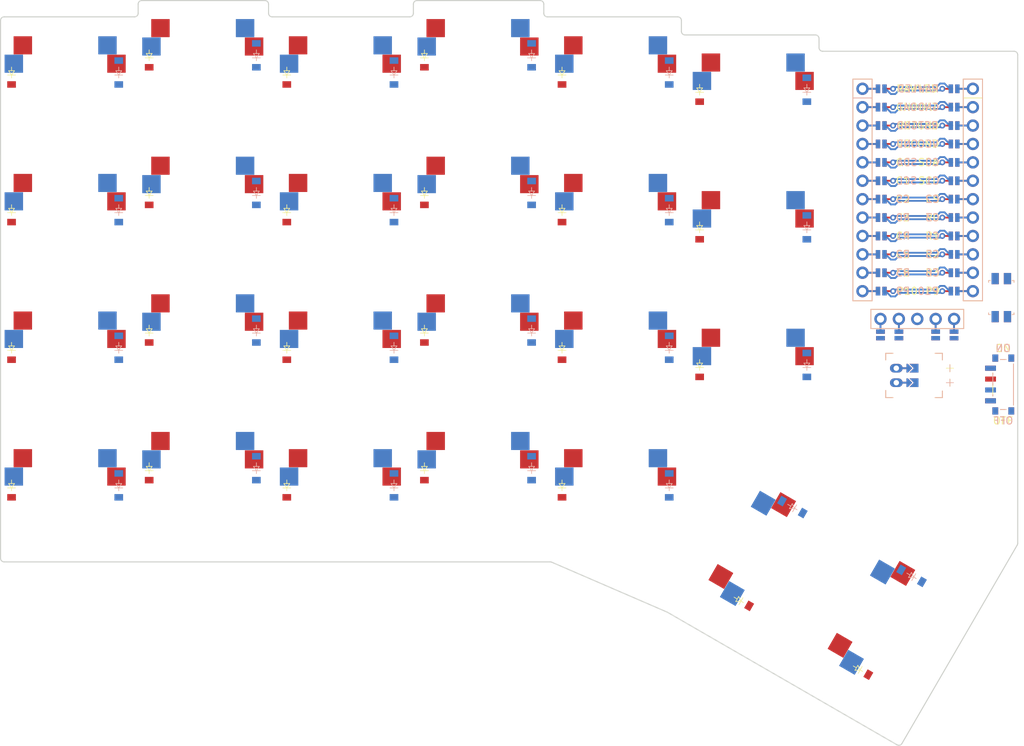
<source format=kicad_pcb>
(kicad_pcb (version 20240108) (generator "pcbnew") (generator_version "8.0")
  (title_block (title "eggada50_wireless") (date "2025-06-17") (rev "0.2") (company "ceoloide"))
  (layers (0 "F.Cu" signal) (31 "B.Cu" signal) (34 "B.Paste" user) (35 "F.Paste" user) (36 "B.SilkS" user "B.Silkscreen") (37 "F.SilkS" user "F.Silkscreen") (38 "B.Mask" user) (39 "F.Mask" user) (44 "Edge.Cuts" user))
  (net 0 "")
  (net 1 "C0")
  (net 2 "outer_mod_B")
  (net 3 "GND")
  (net 4 "outer_bottom_B")
  (net 5 "outer_home_B")
  (net 6 "outer_top_B")
  (net 7 "C1")
  (net 8 "pinky_mod_B")
  (net 9 "pinky_bottom_B")
  (net 10 "pinky_home_B")
  (net 11 "pinky_top_B")
  (net 12 "C2")
  (net 13 "ring_mod_B")
  (net 14 "ring_bottom_B")
  (net 15 "ring_home_B")
  (net 16 "ring_top_B")
  (net 17 "C3")
  (net 18 "middle_mod_B")
  (net 19 "middle_bottom_B")
  (net 20 "middle_home_B")
  (net 21 "middle_top_B")
  (net 22 "C4")
  (net 23 "index_mod_B")
  (net 24 "index_bottom_B")
  (net 25 "index_home_B")
  (net 26 "index_top_B")
  (net 27 "C5")
  (net 28 "inner_bottom_B")
  (net 29 "inner_home_B")
  (net 30 "inner_top_B")
  (net 31 "tucky_default_B")
  (net 32 "C6")
  (net 33 "reachy_default_B")
  (net 34 "R0")
  (net 35 "R1")
  (net 36 "R2")
  (net 37 "R3")
  (net 38 "outer_mod_F")
  (net 39 "outer_bottom_F")
  (net 40 "outer_home_F")
  (net 41 "outer_top_F")
  (net 42 "pinky_mod_F")
  (net 43 "pinky_bottom_F")
  (net 44 "pinky_home_F")
  (net 45 "pinky_top_F")
  (net 46 "ring_mod_F")
  (net 47 "ring_bottom_F")
  (net 48 "ring_home_F")
  (net 49 "ring_top_F")
  (net 50 "middle_mod_F")
  (net 51 "middle_bottom_F")
  (net 52 "middle_home_F")
  (net 53 "middle_top_F")
  (net 54 "index_mod_F")
  (net 55 "index_bottom_F")
  (net 56 "index_home_F")
  (net 57 "index_top_F")
  (net 58 "inner_bottom_F")
  (net 59 "inner_home_F")
  (net 60 "inner_top_F")
  (net 61 "tucky_default_F")
  (net 62 "reachy_default_F")
  (net 63 "RAW")
  (net 64 "RST")
  (net 65 "VCC")
  (net 66 "P10")
  (net 67 "LED")
  (net 68 "DAT")
  (net 69 "SDA")
  (net 70 "SCL")
  (net 71 "CS")
  (net 72 "P9")
  (net 73 "MCU1_24")
  (net 74 "MCU1_1")
  (net 75 "MCU1_23")
  (net 76 "MCU1_2")
  (net 77 "MCU1_22")
  (net 78 "MCU1_3")
  (net 79 "MCU1_21")
  (net 80 "MCU1_4")
  (net 81 "MCU1_20")
  (net 82 "MCU1_5")
  (net 83 "MCU1_19")
  (net 84 "MCU1_6")
  (net 85 "MCU1_18")
  (net 86 "MCU1_7")
  (net 87 "MCU1_17")
  (net 88 "MCU1_8")
  (net 89 "MCU1_16")
  (net 90 "MCU1_9")
  (net 91 "MCU1_15")
  (net 92 "MCU1_10")
  (net 93 "MCU1_14")
  (net 94 "MCU1_11")
  (net 95 "MCU1_13")
  (net 96 "MCU1_12")
  (net 97 "DISP1_1")
  (net 98 "DISP1_2")
  (net 99 "DISP1_4")
  (net 100 "DISP1_5")
  (net 101 "BAT_P")
  (net 102 "JST1_1")
  (net 103 "JST1_2")
  (footprint "ceoloide:switch_mx" (layer "F.Cu") (at 119 78.625)
    (property "Reference" "S31" (hide yes))
    (property "Value" "")
  )
  (footprint "ceoloide:diode_tht_sod123" (layer "F.Cu") (at 92.6 41.675 90)
    (property "Reference" "D29" (hide yes))
    (property "Value" "")
  )
  (footprint "ceoloide:switch_mx" (layer "F.Cu") (at 214.304483 118.24 60)
    (property "Reference" "S50" (hide yes))
    (property "Value" "")
  )
  (footprint "ceoloide:display_nice_view" (layer "F.Cu") (at 217.647 59)
    (property "Reference" "DISP1" (hide yes))
    (property "Value" "")
  )
  (footprint "ceoloide:mounting_hole_npth" (layer "F.Cu") (at 166.468 89.261)
    (property "Reference" "MH7" (hide yes))
    (property "Value" "")
  )
  (footprint "ceoloide:power_switch_smd_side" (layer "F.Cu") (at 229.5 84.75)
    (property "Reference" "PWR1" (hide yes))
    (property "Value" "")
  )
  (footprint "ceoloide:switch_mx" (layer "F.Cu") (at 119 40.625)
    (property "Reference" "S33" (hide yes))
    (property "Value" "")
  )
  (footprint "ceoloide:switch_mx" (layer "F.Cu") (at 100 100)
    (property "Reference" "S26" (hide yes))
    (property "Value" "")
  )
  (footprint "ceoloide:diode_tht_sod123" (layer "F.Cu") (at 149.6 96.3 90)
    (property "Reference" "D38" (hide yes))
    (property "Value" "")
  )
  (footprint "ceoloide:switch_mx" (layer "F.Cu") (at 176 81)
    (property "Reference" "S43" (hide yes))
    (property "Value" "")
  )
  (footprint "ceoloide:diode_tht_sod123" (layer "F.Cu") (at 168.6 79.675 90)
    (property "Reference" "D43" (hide yes))
    (property "Value" "")
  )
  (footprint "ceoloide:diode_tht_sod123" (layer "F.Cu") (at 130.6 79.675 90)
    (property "Reference" "D35" (hide yes))
    (property "Value" "")
  )
  (footprint "ceoloide:mcu_nice_nano" (layer "F.Cu") (at 217.704 56.62)
    (property "Reference" "MCU1" (hide yes))
    (property "Value" "")
  )
  (footprint "ceoloide:switch_mx" (layer "F.Cu") (at 157 97.625)
    (property "Reference" "S38" (hide yes))
    (property "Value" "")
  )
  (footprint "ceoloide:switch_mx" (layer "F.Cu") (at 100 43)
    (property "Reference" "S29" (hide yes))
    (property "Value" "")
  )
  (footprint "ceoloide:switch_mx" (layer "F.Cu") (at 195 83.375)
    (property "Reference" "S46" (hide yes))
    (property "Value" "")
  )
  (footprint "ceoloide:switch_mx" (layer "F.Cu") (at 138 100)
    (property "Reference" "S34" (hide yes))
    (property "Value" "")
  )
  (footprint "ceoloide:diode_tht_sod123" (layer "F.Cu") (at 187.6 63.05 90)
    (property "Reference" "D47" (hide yes))
    (property "Value" "")
  )
  (footprint "ceoloide:battery_connector_jst_ph_2" (layer "F.Cu") (at 214.75 83.5 90)
    (property "Reference" "JST1" (hide yes))
    (property "Value" "")
  )
  (footprint "ceoloide:diode_tht_sod123" (layer "F.Cu") (at 111.6 58.3 90)
    (property "Reference" "D32" (hide yes))
    (property "Value" "")
  )
  (footprint "ceoloide:switch_mx" (layer "F.Cu") (at 157 59.625)
    (property "Reference" "S40" (hide yes))
    (property "Value" "")
  )
  (footprint "ceoloide:diode_tht_sod123" (layer "F.Cu") (at 209.456999 123.986088 150)
    (property "Reference" "D50" (hide yes))
    (property "Value" "")
  )
  (footprint "ceoloide:switch_mx" (layer "F.Cu") (at 195 45.375)
    (property "Reference" "S48" (hide yes))
    (property "Value" "")
  )
  (footprint "ceoloide:diode_tht_sod123" (layer "F.Cu") (at 168.6 41.675 90)
    (property "Reference" "D45" (hide yes))
    (property "Value" "")
  )
  (footprint "ceoloide:switch_mx" (layer "F.Cu") (at 157 78.625)
    (property "Reference" "S39" (hide yes))
    (property "Value" "")
  )
  (footprint "ceoloide:mounting_hole_npth" (layer "F.Cu") (at 207.762 89.226)
    (property "Reference" "MH1" (hide yes))
    (property "Value" "")
  )
  (footprint "ceoloide:diode_tht_sod123" (layer "F.Cu") (at 92.6 98.675 90)
    (property "Reference" "D26" (hide yes))
    (property "Value" "")
  )
  (footprint "ceoloide:switch_mx" (layer "F.Cu") (at 176 62)
    (property "Reference" "S44" (hide yes))
    (property "Value" "")
  )
  (footprint "ceoloide:mounting_hole_npth" (layer "F.Cu") (at 228.694 101.245)
    (property "Reference" "MH2" (hide yes))
    (property "Value" "")
  )
  (footprint "ceoloide:switch_mx" (layer "F.Cu") (at 195 64.375)
    (property "Reference" "S47" (hide yes))
    (property "Value" "")
  )
  (footprint "ceoloide:diode_tht_sod123" (layer "F.Cu") (at 149.6 39.3 90)
    (property "Reference" "D41" (hide yes))
    (property "Value" "")
  )
  (footprint "ceoloide:switch_mx" (layer "F.Cu") (at 138 81)
    (property "Reference" "S35" (hide yes))
    (property "Value" "")
  )
  (footprint "ceoloide:mounting_hole_npth" (layer "F.Cu") (at 109.5 50.125)
    (property "Reference" "MH3" (hide yes))
    (property "Value" "")
  )
  (footprint "ceoloide:diode_tht_sod123" (layer "F.Cu") (at 187.6 82.05 90)
    (property "Reference" "D46" (hide yes))
    (property "Value" "")
  )
  (footprint "ceoloide:switch_mx" (layer "F.Cu") (at 119 59.625)
    (property "Reference" "S32" (hide yes))
    (property "Value" "")
  )
  (footprint "ceoloide:switch_mx" (layer "F.Cu") (at 138 62)
    (property "Reference" "S36" (hide yes))
    (property "Value" "")
  )
  (footprint "ceoloide:diode_tht_sod123" (layer "F.Cu") (at 149.6 58.3 90)
    (property "Reference" "D40" (hide yes))
    (property "Value" "")
  )
  (footprint "ceoloide:switch_mx" (layer "F.Cu") (at 197.85 108.74 60)
    (property "Reference" "S49" (hide yes))
    (property "Value" "")
  )
  (footprint "ceoloide:switch_mx" (layer "F.Cu") (at 100 62)
    (property "Reference" "S28" (hide yes))
    (property "Value" "")
  )
  (footprint "ceoloide:mounting_hole_npth" (layer "F.Cu") (at 185.468 53.736)
    (property "Reference" "MH5" (hide yes))
    (property "Value" "")
  )
  (footprint "ceoloide:mounting_hole_npth" (layer "F.Cu") (at 210.827241 105.262759 60)
    (property "Reference" "MH8" (hide yes))
    (property "Value" "")
  )
  (footprint "ceoloide:mounting_hole_npth" (layer "F.Cu") (at 201.327241 121.717241 60)
    (property "Reference" "MH9" (hide yes))
    (property "Value" "")
  )
  (footprint "ceoloide:reset_switch_smd_side" (layer "F.Cu") (at 229.25 72.75 -90)
    (property "Reference" "RST1" (hide yes))
    (property "Value" "")
  )
  (footprint "ceoloide:diode_tht_sod123" (layer "F.Cu") (at 168.6 60.675 90)
    (property "Reference" "D44" (hide yes))
    (property "Value" "")
  )
  (footprint "ceoloide:switch_mx" (layer "F.Cu") (at 138 43)
    (property "Reference" "S37" (hide yes))
    (property "Value" "")
  )
  (footprint "ceoloide:diode_tht_sod123" (layer "F.Cu") (at 111.6 77.3 90)
    (property "Reference" "D31" (hide yes))
    (property "Value" "")
  )
  (footprint "ceoloide:diode_tht_sod123" (layer "F.Cu") (at 168.6 98.675 90)
    (property "Reference" "D42" (hide yes))
    (property "Value" "")
  )
  (footprint "ceoloide:diode_tht_sod123" (layer "F.Cu") (at 130.6 98.675 90)
    (property "Reference" "D34" (hide yes))
    (property "Value" "")
  )
  (footprint "ceoloide:mounting_hole_npth" (layer "F.Cu") (at 147.5 69.125)
    (property "Reference" "MH6" (hide yes))
    (property "Value" "")
  )
  (footprint "ceoloide:switch_mx" (layer "F.Cu") (at 119 97.625)
    (property "Reference" "S30" (hide yes))
    (property "Value" "")
  )
  (footprint "ceoloide:switch_mx" (layer "F.Cu") (at 176 100)
    (property "Reference" "S42" (hide yes))
    (property "Value" "")
  )
  (footprint "ceoloide:diode_tht_sod123" (layer "F.Cu") (at 149.6 77.3 90)
    (property "Reference" "D39" (hide yes))
    (property "Value" "")
  )
  (footprint "ceoloide:diode_tht_sod123" (layer "F.Cu") (at 92.6 60.675 90)
    (property "Reference" "D28" (hide yes))
    (property "Value" "")
  )
  (footprint "ceoloide:switch_mx" (layer "F.Cu") (at 100 81)
    (property "Reference" "S27" (hide yes))
    (property "Value" "")
  )
  (footprint "ceoloide:diode_tht_sod123" (layer "F.Cu") (at 187.6 44.05 90)
    (property "Reference" "D48" (hide yes))
    (property "Value" "")
  )
  (footprint "ceoloide:switch_mx" (layer "F.Cu") (at 176 43)
    (property "Reference" "S45" (hide yes))
    (property "Value" "")
  )
  (footprint "ceoloide:diode_tht_sod123" (layer "F.Cu") (at 130.6 60.675 90)
    (property "Reference" "D36" (hide yes))
    (property "Value" "")
  )
  (footprint "ceoloide:diode_tht_sod123" (layer "F.Cu") (at 92.6 79.675 90)
    (property "Reference" "D27" (hide yes))
    (property "Value" "")
  )
  (footprint "ceoloide:diode_tht_sod123" (layer "F.Cu") (at 111.6 39.3 90)
    (property "Reference" "D33" (hide yes))
    (property "Value" "")
  )
  (footprint "ceoloide:mounting_hole_npth" (layer "F.Cu") (at 109.5 88.125)
    (property "Reference" "MH4" (hide yes))
    (property "Value" "")
  )
  (footprint "ceoloide:diode_tht_sod123" (layer "F.Cu") (at 130.6 41.675 90)
    (property "Reference" "D37" (hide yes))
    (property "Value" "")
  )
  (footprint "ceoloide:diode_tht_sod123" (layer "F.Cu") (at 193.002516 114.486088 150)
    (property "Reference" "D49" (hide yes))
    (property "Value" "")
  )
  (footprint "ceoloide:diode_tht_sod123" (layer "F.Cu") (at 111.6 96.3 90)
    (property "Reference" "D30" (hide yes))
    (property "Value" "")
  )
  (footprint "ceoloide:switch_mx" (layer "F.Cu") (at 157 40.625)
    (property "Reference" "S41" (hide yes))
    (property "Value" "")
  )
  (footprint "ceoloide:diode_tht_sod123" (layer "B.Cu") (at 145.4 41.675 90)
    (property "Reference" "D12" (hide yes))
    (property "Value" "")
  )
  (footprint "ceoloide:switch_mx" (layer "B.Cu") (at 195 45.375)
    (property "Reference" "S23" (hide yes))
    (property "Value" "")
  )
  (footprint "ceoloide:diode_tht_sod123" (layer "B.Cu") (at 202.4 82.05 90)
    (property "Reference" "D21" (hide yes))
    (property "Value" "")
  )
  (footprint "ceoloide:switch_mx" (layer "B.Cu") (at 195 64.375)
    (property "Reference" "S22" (hide yes))
    (property "Value" "")
  )
  (footprint "ceoloide:diode_tht_sod123" (layer "B.Cu") (at 200.402516 101.668912 150)
    (property "Reference" "D24" (hide yes))
    (property "Value" "")
  )
  (footprint "ceoloide:diode_tht_sod123" (layer "B.Cu") (at 145.4 98.675 90)
    (property "Reference" "D9" (hide yes))
    (property "Value" "")
  )
  (footprint "ceoloide:diode_tht_sod123" (layer "B.Cu") (at 107.4 60.675 90)
    (property "Reference" "D3" (hide yes))
    (property "Value" "")
  )
  (footprint "ceoloide:switch_mx" (layer "B.Cu") (at 138 100)
    (property "Reference" "S9" (hide yes))
    (property "Value" "")
  )
  (footprint "ceoloide:switch_mx" (layer "B.Cu") (at 176 100)
    (property "Reference" "S17" (hide yes))
    (property "Value" "")
  )
  (footprint "ceoloide:switch_mx" (layer "B.Cu") (at 119 59.625)
    (property "Reference" "S7" (hide yes))
    (property "Value" "")
  )
  (footprint "ceoloide:diode_tht_sod123" (layer "B.Cu") (at 183.4 41.675 90)
    (property "Reference" "D20" (hide yes))
    (property "Value" "")
  )
  (footprint "ceoloide:switch_mx" (layer "B.Cu") (at 138 81)
    (property "Reference" "S10" (hide yes))
    (property "Value" "")
  )
  (footprint "ceoloide:switch_mx" (layer "B.Cu") (at 119 97.625)
    (property "Reference" "S5" (hide yes))
    (property "Value" "")
  )
  (footprint "ceoloide:switch_mx" (layer "B.Cu") (at 100 43)
    (property "Reference" "S4" (hide yes))
    (property "Value" "")
  )
  (footprint "ceoloide:switch_mx" (layer "B.Cu") (at 100 100)
    (property "Reference" "S1" (hide yes))
    (property "Value" "")
  )
  (footprint "ceoloide:diode_tht_sod123" (layer "B.Cu") (at 183.4 98.675 90)
    (property "Reference" "D17" (hide yes))
    (property "Value" "")
  )
  (footprint "ceoloide:switch_mx" (layer "B.Cu") (at 157 78.625)
    (property "Reference" "S14" (hide yes))
    (property "Value" "")
  )
  (footprint "ceoloide:switch_mx" (layer "B.Cu") (at 157 97.625)
    (property "Reference" "S13" (hide yes))
    (property "Value" "")
  )
  (footprint "ceoloide:diode_tht_sod123" (layer "B.Cu") (at 126.4 77.3 90)
    (property "Reference" "D6" (hide yes))
    (property "Value" "")
  )
  (footprint "ceoloide:switch_mx" (layer "B.Cu") (at 100 62)
    (property "Reference" "S3" (hide yes))
    (property "Value" "")
  )
  (footprint "ceoloide:diode_tht_sod123" (layer "B.Cu") (at 145.4 79.675 90)
    (property "Reference" "D10" (hide yes))
    (property "Value" "")
  )
  (footprint "ceoloide:switch_mx" (layer "B.Cu") (at 157 59.625)
    (property "Reference" "S15" (hide yes))
    (property "Value" "")
  )
  (footprint "ceoloide:diode_tht_sod123" (layer "B.Cu") (at 164.4 58.3 90)
    (property "Reference" "D15" (hide yes))
    (property "Value" "")
  )
  (footprint "ceoloide:diode_tht_sod123" (layer "B.Cu") (at 126.4 96.3 90)
    (property "Reference" "D5" (hide yes))
    (property "Value" "")
  )
  (footprint "ceoloide:diode_tht_sod123" (layer "B.Cu") (at 202.4 63.05 90)
    (property "Reference" "D22" (hide yes))
    (property "Value" "")
  )
  (footprint "ceoloide:switch_mx" (layer "B.Cu") (at 214.304483 118.24 60)
    (property "Reference" "S25" (hide yes))
    (property "Value" "")
  )
  (footprint "ceoloide:switch_mx" (layer "B.Cu") (at 138 43)
    (property "Reference" "S12" (hide yes))
    (property "Value" "")
  )
  (footprint "ceoloide:switch_mx" (layer "B.Cu") (at 195 83.375)
    (property "Reference" "S21" (hide yes))
    (property "Value" "")
  )
  (footprint "ceoloide:diode_tht_sod123" (layer "B.Cu") (at 126.4 58.3 90)
    (property "Reference" "D7" (hide yes))
    (property "Value" "")
  )
  (footprint "ceoloide:switch_mx" (layer "B.Cu") (at 157 40.625)
    (property "Reference" "S16" (hide yes))
    (property "Value" "")
  )
  (footprint "ceoloide:switch_mx" (layer "B.Cu") (at 176 43)
    (property "Reference" "S20" (hide yes))
    (property "Value" "")
  )
  (footprint "ceoloide:switch_mx" (layer "B.Cu") (at 197.85 108.74 60)
    (property "Reference" "S24" (hide yes))
    (property "Value" "")
  )
  (footprint "ceoloide:diode_tht_sod123" (layer "B.Cu") (at 164.4 39.3 90)
    (property "Reference" "D16" (hide yes))
    (property "Value" "")
  )
  (footprint "ceoloide:switch_mx" (layer "B.Cu") (at 119 40.625)
    (property "Reference" "S8" (hide yes))
    (property "Value" "")
  )
  (footprint "ceoloide:diode_tht_sod123" (layer "B.Cu") (at 183.4 79.675 90)
    (property "Reference" "D18" (hide yes))
    (property "Value" "")
  )
  (footprint "ceoloide:diode_tht_sod123" (layer "B.Cu") (at 202.4 44.05 90)
    (property "Reference" "D23" (hide yes))
    (property "Value" "")
  )
  (footprint "ceoloide:switch_mx" (layer "B.Cu") (at 100 81)
    (property "Reference" "S2" (hide yes))
    (property "Value" "")
  )
  (footprint "ceoloide:diode_tht_sod123" (layer "B.Cu") (at 145.4 60.675 90)
    (property "Reference" "D11" (hide yes))
    (property "Value" "")
  )
  (footprint "ceoloide:switch_mx" (layer "B.Cu") (at 176 62)
    (property "Reference" "S19" (hide yes))
    (property "Value" "")
  )
  (footprint "ceoloide:diode_tht_sod123" (layer "B.Cu") (at 126.4 39.3 90)
    (property "Reference" "D8" (hide yes))
    (property "Value" "")
  )
  (footprint "ceoloide:switch_mx" (layer "B.Cu") (at 176 81)
    (property "Reference" "S18" (hide yes))
    (property "Value" "")
  )
  (footprint "ceoloide:diode_tht_sod123" (layer "B.Cu") (at 107.4 41.675 90)
    (property "Reference" "D4" (hide yes))
    (property "Value" "")
  )
  (footprint "ceoloide:switch_mx" (layer "B.Cu") (at 119 78.625)
    (property "Reference" "S6" (hide yes))
    (property "Value" "")
  )
  (footprint "ceoloide:switch_mx" (layer "B.Cu") (at 138 62)
    (property "Reference" "S11" (hide yes))
    (property "Value" "")
  )
  (footprint "ceoloide:diode_tht_sod123" (layer "B.Cu") (at 107.4 98.675 90)
    (property "Reference" "D1" (hide yes))
    (property "Value" "")
  )
  (footprint "ceoloide:diode_tht_sod123" (layer "B.Cu") (at 183.4 60.675 90)
    (property "Reference" "D19" (hide yes))
    (property "Value" "")
  )
  (footprint "ceoloide:diode_tht_sod123" (layer "B.Cu") (at 107.4 79.675 90)
    (property "Reference" "D2" (hide yes))
    (property "Value" "")
  )
  (footprint "ceoloide:diode_tht_sod123" (layer "B.Cu") (at 164.4 96.3 90)
    (property "Reference" "D13" (hide yes))
    (property "Value" "")
  )
  (footprint "ceoloide:diode_tht_sod123" (layer "B.Cu") (at 164.4 77.3 90)
    (property "Reference" "D14" (hide yes))
    (property "Value" "")
  )
  (footprint "ceoloide:diode_tht_sod123" (layer "B.Cu") (at 216.856999 111.168912 150)
    (property "Reference" "D25" (hide yes))
    (property "Value" "")
  )
  (gr_line (start 185.082 34.49) (end 185.082 35.988) (stroke (width 0.15)) (layer "Edge.Cuts"))
  (gr_line (start 166.582 33.99) (end 184.582 33.99) (stroke (width 0.15)) (layer "Edge.Cuts"))
  (gr_arc (start 166.978501 109.24) (mid 167.079851 109.25038) (end 167.176994 109.281088) (stroke (width 0.15)) (layer "Edge.Cuts"))
  (gr_arc (start 110.08 32.238) (mid 110.226447 31.884447) (end 110.58 31.738) (stroke (width 0.15)) (layer "Edge.Cuts"))
  (gr_line (start 166.082 32.238) (end 166.082 33.49) (stroke (width 0.15)) (layer "Edge.Cuts"))
  (gr_arc (start 91.581987 109.24) (mid 91.228447 109.093553) (end 91.081987 108.740013) (stroke (width 0.15)) (layer "Edge.Cuts"))
  (gr_arc (start 148.08 33.49) (mid 147.933553 33.843553) (end 147.58 33.99) (stroke (width 0.15)) (layer "Edge.Cuts"))
  (gr_arc (start 183.113914 116.174286) (mid 183.140041 116.186494) (end 183.165421 116.200186) (stroke (width 0.15)) (layer "Edge.Cuts"))
  (gr_line (start 185.582 36.488) (end 203.582222 36.488) (stroke (width 0.15)) (layer "Edge.Cuts"))
  (gr_arc (start 91.080013 34.490013) (mid 91.226456 34.136456) (end 91.580013 33.99) (stroke (width 0.15)) (layer "Edge.Cuts"))
  (gr_line (start 148.08 33.49) (end 148.08 32.238) (stroke (width 0.15)) (layer "Edge.Cuts"))
  (gr_arc (start 110.08 33.49) (mid 109.933553 33.843553) (end 109.58 33.99) (stroke (width 0.15)) (layer "Edge.Cuts"))
  (gr_line (start 183.165421 116.200186) (end 214.849384 134.49293) (stroke (width 0.15)) (layer "Edge.Cuts"))
  (gr_arc (start 231.013 38.74) (mid 231.366553 38.886447) (end 231.513 39.24) (stroke (width 0.15)) (layer "Edge.Cuts"))
  (gr_line (start 183.113914 116.174286) (end 167.176994 109.281088) (stroke (width 0.15)) (layer "Edge.Cuts"))
  (gr_line (start 148.58 31.738) (end 165.582 31.738) (stroke (width 0.15)) (layer "Edge.Cuts"))
  (gr_arc (start 185.582 36.488) (mid 185.228447 36.341553) (end 185.082 35.988) (stroke (width 0.15)) (layer "Edge.Cuts"))
  (gr_line (start 110.58 31.738) (end 127.582 31.738) (stroke (width 0.15)) (layer "Edge.Cuts"))
  (gr_line (start 231.513 39.24) (end 231.513 106.667025) (stroke (width 0.15)) (layer "Edge.Cuts"))
  (gr_arc (start 203.582222 36.488) (mid 203.935683 36.634376) (end 204.082222 36.987778) (stroke (width 0.15)) (layer "Edge.Cuts"))
  (gr_line (start 91.580013 33.99) (end 109.58 33.99) (stroke (width 0.15)) (layer "Edge.Cuts"))
  (gr_arc (start 165.582 31.738) (mid 165.935553 31.884447) (end 166.082 32.238) (stroke (width 0.15)) (layer "Edge.Cuts"))
  (gr_line (start 128.582 33.99) (end 147.58 33.99) (stroke (width 0.15)) (layer "Edge.Cuts"))
  (gr_line (start 91.081987 108.740013) (end 91.080013 34.490013) (stroke (width 0.15)) (layer "Edge.Cuts"))
  (gr_line (start 204.082222 36.987778) (end 204.082778 38.240222) (stroke (width 0.15)) (layer "Edge.Cuts"))
  (gr_line (start 231.446013 106.917025) (end 231.198 107.346596) (stroke (width 0.15)) (layer "Edge.Cuts"))
  (gr_line (start 128.082 32.238) (end 128.082 33.49) (stroke (width 0.15)) (layer "Edge.Cuts"))
  (gr_arc (start 148.08 32.238) (mid 148.226447 31.884447) (end 148.58 31.738) (stroke (width 0.15)) (layer "Edge.Cuts"))
  (gr_line (start 91.581987 109.24) (end 166.978501 109.24) (stroke (width 0.15)) (layer "Edge.Cuts"))
  (gr_arc (start 166.582 33.99) (mid 166.228447 33.843553) (end 166.082 33.49) (stroke (width 0.15)) (layer "Edge.Cuts"))
  (gr_line (start 204.582778 38.74) (end 231.013 38.74) (stroke (width 0.15)) (layer "Edge.Cuts"))
  (gr_arc (start 128.582 33.99) (mid 128.228447 33.843553) (end 128.082 33.49) (stroke (width 0.15)) (layer "Edge.Cuts"))
  (gr_arc (start 184.582 33.99) (mid 184.935553 34.136447) (end 185.082 34.49) (stroke (width 0.15)) (layer "Edge.Cuts"))
  (gr_arc (start 231.513 106.667025) (mid 231.495957 106.796432) (end 231.446013 106.917025) (stroke (width 0.15)) (layer "Edge.Cuts"))
  (gr_line (start 231.198 107.346596) (end 215.531712 134.311099) (stroke (width 0.15)) (layer "Edge.Cuts"))
  (gr_line (start 110.08 33.49) (end 110.08 32.238) (stroke (width 0.15)) (layer "Edge.Cuts"))
  (gr_arc (start 127.582 31.738) (mid 127.935553 31.884447) (end 128.082 32.238) (stroke (width 0.15)) (layer "Edge.Cuts"))
  (gr_arc (start 215.531712 134.311099) (mid 215.228135 134.543038) (end 214.849384 134.49293) (stroke (width 0.15)) (layer "Edge.Cuts"))
  (gr_arc (start 204.582778 38.74) (mid 204.229317 38.593624) (end 204.082778 38.240222) (stroke (width 0.15)) (layer "Edge.Cuts"))
  (segment (start 213.124 54.08) (end 214.304 54.08) (width 0.25) (layer "F.Cu") (net 1))
  (segment (start 220.298695 53.86) (end 214.524 53.86) (width 0.25) (layer "B.Cu") (net 1))
  (segment (start 222.479 54.08) (end 222.129305 54.08) (width 0.25) (layer "B.Cu") (net 1))
  (segment (start 221.404305 53.355) (end 220.803695 53.355) (width 0.25) (layer "B.Cu") (net 1))
  (segment (start 222.129305 54.08) (end 221.404305 53.355) (width 0.25) (layer "B.Cu") (net 1))
  (segment (start 220.803695 53.355) (end 220.298695 53.86) (width 0.25) (layer "B.Cu") (net 1))
  (segment (start 222.284 49) (end 221.104 49) (width 0.25) (layer "F.Cu") (net 3))
  (segment (start 222.284 51.54) (end 221.104 51.54) (width 0.25) (layer "F.Cu") (net 3))
  (segment (start 213.124 46.46) (end 214.304 46.46) (width 0.25) (layer "F.Cu") (net 3))
  (segment (start 214.003695 49.725) (end 214.604305 49.725) (width 0.25) (layer "B.Cu") (net 3))
  (segment (start 214.604305 52.265) (end 215.099305 51.77) (width 0.25) (layer "B.Cu") (net 3))
  (segment (start 214.003695 52.265) (end 214.604305 52.265) (width 0.25) (layer "B.Cu") (net 3))
  (segment (start 212.929 49) (end 213.278695 49) (width 0.25) (layer "B.Cu") (net 3))
  (segment (start 215.099305 51.77) (end 220.874 51.77) (width 0.25) (layer "B.Cu") (net 3))
  (segment (start 214.604305 49.725) (end 215.099305 49.23) (width 0.25) (layer "B.Cu") (net 3))
  (segment (start 220.803695 45.735) (end 220.298695 46.24) (width 0.25) (layer "B.Cu") (net 3))
  (segment (start 212.929 51.54) (end 213.278695 51.54) (width 0.25) (layer "B.Cu") (net 3))
  (segment (start 213.278695 51.54) (end 214.003695 52.265) (width 0.25) (layer "B.Cu") (net 3))
  (segment (start 221.404305 45.735) (end 220.803695 45.735) (width 0.25) (layer "B.Cu") (net 3))
  (segment (start 222.479 46.46) (end 222.129305 46.46) (width 0.25) (layer "B.Cu") (net 3))
  (segment (start 213.278695 49) (end 214.003695 49.725) (width 0.25) (layer "B.Cu") (net 3))
  (segment (start 222.129305 46.46) (end 221.404305 45.735) (width 0.25) (layer "B.Cu") (net 3))
  (segment (start 220.298695 46.24) (end 214.524 46.24) (width 0.25) (layer "B.Cu") (net 3))
  (segment (start 215.099305 49.23) (end 220.874 49.23) (width 0.25) (layer "B.Cu") (net 3))
  (segment (start 213.124 56.62) (end 214.304 56.62) (width 0.25) (layer "F.Cu") (net 7))
  (segment (start 220.803695 55.895) (end 220.298695 56.4) (width 0.25) (layer "B.Cu") (net 7))
  (segment (start 222.479 56.62) (end 222.129305 56.62) (width 0.25) (layer "B.Cu") (net 7))
  (segment (start 220.298695 56.4) (end 214.524 56.4) (width 0.25) (layer "B.Cu") (net 7))
  (segment (start 222.129305 56.62) (end 221.404305 55.895) (width 0.25) (layer "B.Cu") (net 7))
  (segment (start 221.404305 55.895) (end 220.803695 55.895) (width 0.25) (layer "B.Cu") (net 7))
  (segment (start 213.124 59.16) (end 214.304 59.16) (width 0.25) (layer "F.Cu") (net 12))
  (segment (start 220.803695 58.435) (end 220.298695 58.94) (width 0.25) (layer "B.Cu") (net 12))
  (segment (start 222.129305 59.16) (end 221.404305 58.435) (width 0.25) (layer "B.Cu") (net 12))
  (segment (start 221.404305 58.435) (end 220.803695 58.435) (width 0.25) (layer "B.Cu") (net 12))
  (segment (start 220.298695 58.94) (end 214.524 58.94) (width 0.25) (layer "B.Cu") (net 12))
  (segment (start 222.479 59.16) (end 222.129305 59.16) (width 0.25) (layer "B.Cu") (net 12))
  (segment (start 213.124 61.7) (end 214.304 61.7) (width 0.25) (layer "F.Cu") (net 17))
  (segment (start 222.479 61.7) (end 222.129305 61.7) (width 0.25) (layer "B.Cu") (net 17))
  (segment (start 220.298695 61.48) (end 214.524 61.48) (width 0.25) (layer "B.Cu") (net 17))
  (segment (start 221.404305 60.975) (end 220.803695 60.975) (width 0.25) (layer "B.Cu") (net 17))
  (segment (start 220.803695 60.975) (end 220.298695 61.48) (width 0.25) (layer "B.Cu") (net 17))
  (segment (start 222.129305 61.7) (end 221.404305 60.975) (width 0.25) (layer "B.Cu") (net 17))
  (segment (start 213.124 64.24) (end 214.304 64.24) (width 0.25) (layer "F.Cu") (net 22))
  (segment (start 221.404305 63.515) (end 220.803695 63.515) (width 0.25) (layer "B.Cu") (net 22))
  (segment (start 220.298695 64.02) (end 214.524 64.02) (width 0.25) (layer "B.Cu") (net 22))
  (segment (start 222.129305 64.24) (end 221.404305 63.515) (width 0.25) (layer "B.Cu") (net 22))
  (segment (start 222.479 64.24) (end 222.129305 64.24) (width 0.25) (layer "B.Cu") (net 22))
  (segment (start 220.803695 63.515) (end 220.298695 64.02) (width 0.25) (layer "B.Cu") (net 22))
  (segment (start 213.124 66.78) (end 214.304 66.78) (width 0.25) (layer "F.Cu") (net 27))
  (segment (start 220.298695 66.56) (end 214.524 66.56) (width 0.25) (layer "B.Cu") (net 27))
  (segment (start 221.404305 66.055) (end 220.803695 66.055) (width 0.25) (layer "B.Cu") (net 27))
  (segment (start 222.129305 66.78) (end 221.404305 66.055) (width 0.25) (layer "B.Cu") (net 27))
  (segment (start 222.479 66.78) (end 222.129305 66.78) (width 0.25) (layer "B.Cu") (net 27))
  (segment (start 220.803695 66.055) (end 220.298695 66.56) (width 0.25) (layer "B.Cu") (net 27))
  (segment (start 213.124 69.32) (end 214.304 69.32) (width 0.25) (layer "F.Cu") (net 32))
  (segment (start 221.404305 68.595) (end 220.803695 68.595) (width 0.25) (layer "B.Cu") (net 32))
  (segment (start 220.298695 69.1) (end 214.524 69.1) (width 0.25) (layer "B.Cu") (net 32))
  (segment (start 220.803695 68.595) (end 220.298695 69.1) (width 0.25) (layer "B.Cu") (net 32))
  (segment (start 222.479 69.32) (end 222.129305 69.32) (width 0.25) (layer "B.Cu") (net 32))
  (segment (start 222.129305 69.32) (end 221.404305 68.595) (width 0.25) (layer "B.Cu") (net 32))
  (segment (start 222.284 61.7) (end 221.104 61.7) (width 0.25) (layer "F.Cu") (net 34))
  (segment (start 214.003695 62.425) (end 214.604305 62.425) (width 0.25) (layer "B.Cu") (net 34))
  (segment (start 214.604305 62.425) (end 215.099305 61.93) (width 0.25) (layer "B.Cu") (net 34))
  (segment (start 212.929 61.7) (end 213.278695 61.7) (width 0.25) (layer "B.Cu") (net 34))
  (segment (start 215.099305 61.93) (end 220.874 61.93) (width 0.25) (layer "B.Cu") (net 34))
  (segment (start 213.278695 61.7) (end 214.003695 62.425) (width 0.25) (layer "B.Cu") (net 34))
  (segment (start 222.284 64.24) (end 221.104 64.24) (width 0.25) (layer "F.Cu") (net 35))
  (segment (start 214.003695 64.965) (end 214.604305 64.965) (width 0.25) (layer "B.Cu") (net 35))
  (segment (start 215.099305 64.47) (end 220.874 64.47) (width 0.25) (layer "B.Cu") (net 35))
  (segment (start 214.604305 64.965) (end 215.099305 64.47) (width 0.25) (layer "B.Cu") (net 35))
  (segment (start 213.278695 64.24) (end 214.003695 64.965) (width 0.25) (layer "B.Cu") (net 35))
  (segment (start 212.929 64.24) (end 213.278695 64.24) (width 0.25) (layer "B.Cu") (net 35))
  (segment (start 222.284 66.78) (end 221.104 66.78) (width 0.25) (layer "F.Cu") (net 36))
  (segment (start 215.099305 67.01) (end 220.874 67.01) (width 0.25) (layer "B.Cu") (net 36))
  (segment (start 214.604305 67.505) (end 215.099305 67.01) (width 0.25) (layer "B.Cu") (net 36))
  (segment (start 214.003695 67.505) (end 214.604305 67.505) (width 0.25) (layer "B.Cu") (net 36))
  (segment (start 213.278695 66.78) (end 214.003695 67.505) (width 0.25) (layer "B.Cu") (net 36))
  (segment (start 212.929 66.78) (end 213.278695 66.78) (width 0.25) (layer "B.Cu") (net 36))
  (segment (start 222.284 69.32) (end 221.104 69.32) (width 0.25) (layer "F.Cu") (net 37))
  (segment (start 212.929 69.32) (end 213.278695 69.32) (width 0.25) (layer "B.Cu") (net 37))
  (segment (start 215.099305 69.55) (end 220.874 69.55) (width 0.25) (layer "B.Cu") (net 37))
  (segment (start 214.604305 70.045) (end 215.099305 69.55) (width 0.25) (layer "B.Cu") (net 37))
  (segment (start 214.003695 70.045) (end 214.604305 70.045) (width 0.25) (layer "B.Cu") (net 37))
  (segment (start 213.278695 69.32) (end 214.003695 70.045) (width 0.25) (layer "B.Cu") (net 37))
  (segment (start 213.124 43.92) (end 214.304 43.92) (width 0.25) (layer "F.Cu") (net 63))
  (segment (start 222.129305 43.92) (end 221.404305 43.195) (width 0.25) (layer "B.Cu") (net 63))
  (segment (start 221.404305 43.195) (end 220.803695 43.195) (width 0.25) (layer "B.Cu") (net 63))
  (segment (start 222.479 43.92) (end 222.129305 43.92) (width 0.25) (layer "B.Cu") (net 63))
  (segment (start 220.298695 43.7) (end 214.524 43.7) (width 0.25) (layer "B.Cu") (net 63))
  (segment (start 220.803695 43.195) (end 220.298695 43.7) (width 0.25) (layer "B.Cu") (net 63))
  (segment (start 213.124 49) (end 214.304 49) (width 0.25) (layer "F.Cu") (net 64))
  (segment (start 222.129305 49) (end 221.404305 48.275) (width 0.25) (layer "B.Cu") (net 64))
  (segment (start 220.298695 48.78) (end 214.524 48.78) (width 0.25) (layer "B.Cu") (net 64))
  (segment (start 220.803695 48.275) (end 220.298695 48.78) (width 0.25) (layer "B.Cu") (net 64))
  (segment (start 221.404305 48.275) (end 220.803695 48.275) (width 0.25) (layer "B.Cu") (net 64))
  (segment (start 222.479 49) (end 222.129305 49) (width 0.25) (layer "B.Cu") (net 64))
  (segment (start 213.124 51.54) (end 214.304 51.54) (width 0.25) (layer "F.Cu") (net 65))
  (segment (start 220.803695 50.815) (end 220.298695 51.32) (width 0.25) (layer "B.Cu") (net 65))
  (segment (start 222.479 51.54) (end 222.129305 51.54) (width 0.25) (layer "B.Cu") (net 65))
  (segment (start 221.404305 50.815) (end 220.803695 50.815) (width 0.25) (layer "B.Cu") (net 65))
  (segment (start 220.298695 51.32) (end 214.524 51.32) (width 0.25) (layer "B.Cu") (net 65))
  (segment (start 222.129305 51.54) (end 221.404305 50.815) (width 0.25) (layer "B.Cu") (net 65))
  (segment (start 213.124 71.86) (end 214.304 71.86) (width 0.25) (layer "F.Cu") (net 66))
  (segment (start 222.479 71.86) (end 222.129305 71.86) (width 0.25) (layer "B.Cu") (net 66))
  (segment (start 221.404305 71.135) (end 220.803695 71.135) (width 0.25) (layer "B.Cu") (net 66))
  (segment (start 220.298695 71.64) (end 214.524 71.64) (width 0.25) (layer "B.Cu") (net 66))
  (segment (start 220.803695 71.135) (end 220.298695 71.64) (width 0.25) (layer "B.Cu") (net 66))
  (segment (start 222.129305 71.86) (end 221.404305 71.135) (width 0.25) (layer "B.Cu") (net 66))
  (segment (start 222.284 43.92) (end 221.104 43.92) (width 0.25) (layer "F.Cu") (net 67))
  (segment (start 214.003695 44.645) (end 214.604305 44.645) (width 0.25) (layer "B.Cu") (net 67))
  (segment (start 214.604305 44.645) (end 215.099305 44.15) (width 0.25) (layer "B.Cu") (net 67))
  (segment (start 213.278695 43.92) (end 214.003695 44.645) (width 0.25) (layer "B.Cu") (net 67))
  (segment (start 212.929 43.92) (end 213.278695 43.92) (width 0.25) (layer "B.Cu") (net 67))
  (segment (start 215.099305 44.15) (end 220.874 44.15) (width 0.25) (layer "B.Cu") (net 67))
  (segment (start 222.284 46.46) (end 221.104 46.46) (width 0.25) (layer "F.Cu") (net 68))
  (segment (start 212.929 46.46) (end 213.278695 46.46) (width 0.25) (layer "B.Cu") (net 68))
  (segment (start 214.003695 47.185) (end 214.604305 47.185) (width 0.25) (layer "B.Cu") (net 68))
  (segment (start 214.604305 47.185) (end 215.099305 46.69) (width 0.25) (layer "B.Cu") (net 68))
  (segment (start 213.278695 46.46) (end 214.003695 47.185) (width 0.25) (layer "B.Cu") (net 68))
  (segment (start 215.099305 46.69) (end 220.874 46.69) (width 0.25) (layer "B.Cu") (net 68))
  (segment (start 222.284 54.08) (end 221.104 54.08) (width 0.25) (layer "F.Cu") (net 69))
  (segment (start 214.604305 54.805) (end 215.099305 54.31) (width 0.25) (layer "B.Cu") (net 69))
  (segment (start 212.929 54.08) (end 213.278695 54.08) (width 0.25) (layer "B.Cu") (net 69))
  (segment (start 215.099305 54.31) (end 220.874 54.31) (width 0.25) (layer "B.Cu") (net 69))
  (segment (start 214.003695 54.805) (end 214.604305 54.805) (width 0.25) (layer "B.Cu") (net 69))
  (segment (start 213.278695 54.08) (end 214.003695 54.805) (width 0.25) (layer "B.Cu") (net 69))
  (segment (start 222.284 56.62) (end 221.104 56.62) (width 0.25) (layer "F.Cu") (net 70))
  (segment (start 214.604305 57.345) (end 215.099305 56.85) (width 0.25) (layer "B.Cu") (net 70))
  (segment (start 212.929 56.62) (end 213.278695 56.62) (width 0.25) (layer "B.Cu") (net 70))
  (segment (start 214.003695 57.345) (end 214.604305 57.345) (width 0.25) (layer "B.Cu") (net 70))
  (segment (start 215.099305 56.85) (end 220.874 56.85) (width 0.25) (layer "B.Cu") (net 70))
  (segment (start 213.278695 56.62) (end 214.003695 57.345) (width 0.25) (layer "B.Cu") (net 70))
  (segment (start 222.284 59.16) (end 221.104 59.16) (width 0.25) (layer "F.Cu") (net 71))
  (segment (start 212.929 59.16) (end 213.278695 59.16) (width 0.25) (layer "B.Cu") (net 71))
  (segment (start 213.278695 59.16) (end 214.003695 59.885) (width 0.25) (layer "B.Cu") (net 71))
  (segment (start 214.604305 59.885) (end 215.099305 59.39) (width 0.25) (layer "B.Cu") (net 71))
  (segment (start 214.003695 59.885) (end 214.604305 59.885) (width 0.25) (layer "B.Cu") (net 71))
  (segment (start 215.099305 59.39) (end 220.874 59.39) (width 0.25) (layer "B.Cu") (net 71))
  (segment (start 222.284 71.86) (end 221.104 71.86) (width 0.25) (layer "F.Cu") (net 72))
  (segment (start 215.099305 72.09) (end 220.874 72.09) (width 0.25) (layer "B.Cu") (net 72))
  (segment (start 214.604305 72.585) (end 215.099305 72.09) (width 0.25) (layer "B.Cu") (net 72))
  (segment (start 213.278695 71.86) (end 214.003695 72.585) (width 0.25) (layer "B.Cu") (net 72))
  (segment (start 214.003695 72.585) (end 214.604305 72.585) (width 0.25) (layer "B.Cu") (net 72))
  (segment (start 212.929 71.86) (end 213.278695 71.86) (width 0.25) (layer "B.Cu") (net 72))
  (segment (start 210.084 43.92) (end 212.204 43.92) (width 0.25) (layer "F.Cu") (net 73))
  (segment (start 210.084 43.92) (end 212.204 43.92) (width 0.25) (layer "B.Cu") (net 73))
  (segment (start 223.204 43.92) (end 225.324 43.92) (width 0.25) (layer "F.Cu") (net 74))
  (segment (start 225.324 43.92) (end 223.204 43.92) (width 0.25) (layer "B.Cu") (net 74))
  (segment (start 210.084 46.46) (end 212.204 46.46) (width 0.25) (layer "F.Cu") (net 75))
  (segment (start 210.084 46.46) (end 212.204 46.46) (width 0.25) (layer "B.Cu") (net 75))
  (segment (start 223.204 46.46) (end 225.324 46.46) (width 0.25) (layer "F.Cu") (net 76))
  (segment (start 225.324 46.46) (end 223.204 46.46) (width 0.25) (layer "B.Cu") (net 76))
  (segment (start 210.084 49) (end 212.204 49) (width 0.25) (layer "F.Cu") (net 77))
  (segment (start 210.084 49) (end 212.204 49) (width 0.25) (layer "B.Cu") (net 77))
  (segment (start 223.204 49) (end 225.324 49) (width 0.25) (layer "F.Cu") (net 78))
  (segment (start 225.324 49) (end 223.204 49) (width 0.25) (layer "B.Cu") (net 78))
  (segment (start 210.084 51.54) (end 212.204 51.54) (width 0.25) (layer "F.Cu") (net 79))
  (segment (start 210.084 51.54) (end 212.204 51.54) (width 0.25) (layer "B.Cu") (net 79))
  (segment (start 223.204 51.54) (end 225.324 51.54) (width 0.25) (layer "F.Cu") (net 80))
  (segment (start 225.324 51.54) (end 223.204 51.54) (width 0.25) (layer "B.Cu") (net 80))
  (segment (start 210.084 54.08) (end 212.204 54.08) (width 0.25) (layer "F.Cu") (net 81))
  (segment (start 210.084 54.08) (end 212.204 54.08) (width 0.25) (layer "B.Cu") (net 81))
  (segment (start 223.204 54.08) (end 225.324 54.08) (width 0.25) (layer "F.Cu") (net 82))
  (segment (start 225.324 54.08) (end 223.204 54.08) (width 0.25) (layer "B.Cu") (net 82))
  (segment (start 210.084 56.62) (end 212.204 56.62) (width 0.25) (layer "F.Cu") (net 83))
  (segment (start 210.084 56.62) (end 212.204 56.62) (width 0.25) (layer "B.Cu") (net 83))
  (segment (start 223.204 56.62) (end 225.324 56.62) (width 0.25) (layer "F.Cu") (net 84))
  (segment (start 225.324 56.62) (end 223.204 56.62) (width 0.25) (layer "B.Cu") (net 84))
  (segment (start 210.084 59.16) (end 212.204 59.16) (width 0.25) (layer "F.Cu") (net 85))
  (segment (start 210.084 59.16) (end 212.204 59.16) (width 0.25) (layer "B.Cu") (net 85))
  (segment (start 223.204 59.16) (end 225.324 59.16) (width 0.25) (layer "F.Cu") (net 86))
  (segment (start 225.324 59.16) (end 223.204 59.16) (width 0.25) (layer "B.Cu") (net 86))
  (segment (start 210.084 61.7) (end 212.204 61.7) (width 0.25) (layer "F.Cu") (net 87))
  (segment (start 210.084 61.7) (end 212.204 61.7) (width 0.25) (layer "B.Cu") (net 87))
  (segment (start 223.204 61.7) (end 225.324 61.7) (width 0.25) (layer "F.Cu") (net 88))
  (segment (start 225.324 61.7) (end 223.204 61.7) (width 0.25) (layer "B.Cu") (net 88))
  (segment (start 210.084 64.24) (end 212.204 64.24) (width 0.25) (layer "F.Cu") (net 89))
  (segment (start 210.084 64.24) (end 212.204 64.24) (width 0.25) (layer "B.Cu") (net 89))
  (segment (start 223.204 64.24) (end 225.324 64.24) (width 0.25) (layer "F.Cu") (net 90))
  (segment (start 225.324 64.24) (end 223.204 64.24) (width 0.25) (layer "B.Cu") (net 90))
  (segment (start 210.084 66.78) (end 212.204 66.78) (width 0.25) (layer "F.Cu") (net 91))
  (segment (start 210.084 66.78) (end 212.204 66.78) (width 0.25) (layer "B.Cu") (net 91))
  (segment (start 223.204 66.78) (end 225.324 66.78) (width 0.25) (layer "F.Cu") (net 92))
  (segment (start 225.324 66.78) (end 223.204 66.78) (width 0.25) (layer "B.Cu") (net 92))
  (segment (start 210.084 69.32) (end 212.204 69.32) (width 0.25) (layer "F.Cu") (net 93))
  (segment (start 210.084 69.32) (end 212.204 69.32) (width 0.25) (layer "B.Cu") (net 93))
  (segment (start 223.204 69.32) (end 225.324 69.32) (width 0.25) (layer "F.Cu") (net 94))
  (segment (start 225.324 69.32) (end 223.204 69.32) (width 0.25) (layer "B.Cu") (net 94))
  (segment (start 210.084 71.86) (end 212.204 71.86) (width 0.25) (layer "F.Cu") (net 95))
  (segment (start 210.084 71.86) (end 212.204 71.86) (width 0.25) (layer "B.Cu") (net 95))
  (segment (start 223.204 71.86) (end 225.324 71.86) (width 0.25) (layer "F.Cu") (net 96))
  (segment (start 225.324 71.86) (end 223.204 71.86) (width 0.25) (layer "B.Cu") (net 96))
  (segment (start 212.567 75.7) (end 212.567 77.45) (width 0.25) (layer "F.Cu") (net 97))
  (segment (start 212.567 75.7) (end 212.567 77.45) (width 0.25) (layer "B.Cu") (net 97))
  (segment (start 215.107 75.7) (end 215.107 77.45) (width 0.25) (layer "F.Cu") (net 98))
  (segment (start 215.107 75.7) (end 215.107 77.45) (width 0.25) (layer "B.Cu") (net 98))
  (segment (start 220.187 75.7) (end 220.187 77.45) (width 0.25) (layer "F.Cu") (net 99))
  (segment (start 220.187 75.7) (end 220.187 77.45) (width 0.25) (layer "B.Cu") (net 99))
  (segment (start 222.727 75.7) (end 222.727 77.45) (width 0.25) (layer "F.Cu") (net 100))
  (segment (start 222.727 75.7) (end 222.727 77.45) (width 0.25) (layer "B.Cu") (net 100))
  (segment (start 216.55 84.5) (end 214.75 84.5) (width 0.25) (layer "F.Cu") (net 102))
  (segment (start 216.55 84.5) (end 214.75 84.5) (width 0.25) (layer "B.Cu") (net 102))
  (segment (start 216.55 82.5) (end 214.75 82.5) (width 0.25) (layer "F.Cu") (net 103))
  (segment (start 216.55 82.5) (end 214.75 82.5) (width 0.25) (layer "B.Cu") (net 103))
)
</source>
